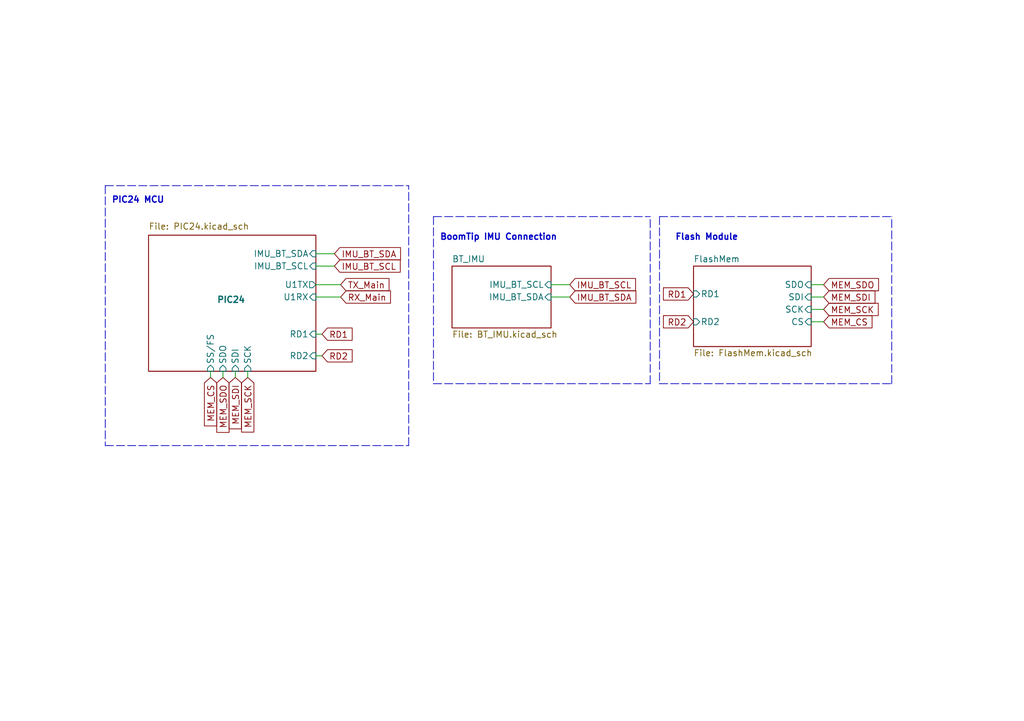
<source format=kicad_sch>
(kicad_sch (version 20211123) (generator eeschema)
  (paper "A5")
  (title_block (title "Proxy Board") (rev "REV 1.0") (company "Space@VT") (comment 1 "Edited by: Luis Yon"))
  (lib_symbols)
  (wire (pts (xy 166.37 58.42) (xy 168.91 58.42)))
  (polyline (pts (xy 88.9 44.45) (xy 88.9 78.74)))
  (wire (pts (xy 166.37 60.96) (xy 168.91 60.96)))
  (wire (pts (xy 45.72 76.2) (xy 45.72 77.47)))
  (polyline (pts (xy 21.59 91.44) (xy 83.82 91.44)))
  (polyline (pts (xy 88.9 44.45) (xy 133.35 44.45)))
  (polyline (pts (xy 88.9 78.74) (xy 133.35 78.74)))
  (wire (pts (xy 113.03 58.42) (xy 116.84 58.42)))
  (wire (pts (xy 50.8 76.2) (xy 50.8 77.47)))
  (wire (pts (xy 43.18 76.2) (xy 43.18 77.47)))
  (wire (pts (xy 64.77 73.025) (xy 66.04 73.025)))
  (polyline (pts (xy 135.255 78.74) (xy 182.88 78.74)))
  (wire (pts (xy 48.26 76.2) (xy 48.26 77.47)))
  (wire (pts (xy 166.37 66.04) (xy 168.91 66.04)))
  (wire (pts (xy 166.37 63.5) (xy 168.91 63.5)))
  (wire (pts (xy 64.77 60.96) (xy 69.85 60.96)))
  (wire (pts (xy 113.03 60.96) (xy 116.84 60.96)))
  (polyline (pts (xy 135.255 44.45) (xy 182.88 44.45)))
  (polyline (pts (xy 83.82 91.44) (xy 83.82 38.1)))
  (polyline (pts (xy 182.88 78.74) (xy 182.88 44.45)))
  (wire (pts (xy 64.77 58.42) (xy 69.85 58.42)))
  (wire (pts (xy 64.77 54.61) (xy 68.58 54.61)))
  (polyline (pts (xy 133.35 78.74) (xy 133.35 44.45)))
  (polyline (pts (xy 135.255 44.45) (xy 135.255 78.74)))
  (wire (pts (xy 64.77 68.58) (xy 66.04 68.58)))
  (wire (pts (xy 64.77 52.07) (xy 68.58 52.07)))
  (polyline (pts (xy 21.59 38.1) (xy 83.82 38.1)))
  (polyline (pts (xy 21.59 38.1) (xy 21.59 91.44)))
  (text "BoomTip IMU Connection" (at 90.17 49.53 0) (effects (font (size 1.27 1.27) (thickness 0.254) bold) (justify left bottom)))
  (text "Flash Module" (at 138.43 49.53 0) (effects (font (size 1.27 1.27) (thickness 0.254) bold) (justify left bottom)))
  (text "PIC24 MCU" (at 22.86 41.91 0) (effects (font (size 1.27 1.27) (thickness 0.254) bold) (justify left bottom)))
  (global_label "MEM_SDI" (shape input) (at 48.26 77.47 270) (property "Intersheet References" "${INTERSHEET_REFS}" (effects hide)))
  (global_label "MEM_SDO" (shape input) (at 168.91 58.42 0) (property "Intersheet References" "${INTERSHEET_REFS}" (effects hide)))
  (global_label "MEM_SCK" (shape input) (at 168.91 63.5 0) (property "Intersheet References" "${INTERSHEET_REFS}" (effects hide)))
  (global_label "RD1" (shape input) (at 66.04 68.58 0) (property "Intersheet References" "${INTERSHEET_REFS}" (effects hide)))
  (global_label "TX_Main" (shape input) (at 69.85 58.42 0) (property "Intersheet References" "${INTERSHEET_REFS}" (effects hide)))
  (global_label "IMU_BT_SCL" (shape input) (at 68.58 54.61 0) (property "Intersheet References" "${INTERSHEET_REFS}" (effects hide)))
  (global_label "MEM_SDO" (shape input) (at 45.72 77.47 270) (property "Intersheet References" "${INTERSHEET_REFS}" (effects hide)))
  (global_label "RD2" (shape input) (at 66.04 73.025 0) (property "Intersheet References" "${INTERSHEET_REFS}" (effects hide)))
  (global_label "IMU_BT_SCL" (shape input) (at 116.84 58.42 0) (property "Intersheet References" "${INTERSHEET_REFS}" (effects hide)))
  (global_label "MEM_SCK" (shape input) (at 50.8 77.47 270) (property "Intersheet References" "${INTERSHEET_REFS}" (effects hide)))
  (global_label "RD2" (shape input) (at 142.24 66.04 180) (property "Intersheet References" "${INTERSHEET_REFS}" (effects hide)))
  (global_label "MEM_CS" (shape input) (at 168.91 66.04 0) (property "Intersheet References" "${INTERSHEET_REFS}" (effects hide)))
  (global_label "IMU_BT_SDA" (shape input) (at 68.58 52.07 0) (property "Intersheet References" "${INTERSHEET_REFS}" (effects hide)))
  (global_label "MEM_CS" (shape input) (at 43.18 77.47 270) (property "Intersheet References" "${INTERSHEET_REFS}" (effects hide)))
  (global_label "RX_Main" (shape input) (at 69.85 60.96 0) (property "Intersheet References" "${INTERSHEET_REFS}" (effects hide)))
  (global_label "MEM_SDI" (shape input) (at 168.91 60.96 0) (property "Intersheet References" "${INTERSHEET_REFS}" (effects hide)))
  (global_label "RD1" (shape input) (at 142.24 60.325 180) (property "Intersheet References" "${INTERSHEET_REFS}" (effects hide)))
  (global_label "IMU_BT_SDA" (shape input) (at 116.84 60.96 0) (property "Intersheet References" "${INTERSHEET_REFS}" (effects hide)))
  (sheet (at 142.24 54.61) (size 24.13 16.51) (stroke (width 0.1524))
    (property "Sheet name" "FlashMem" (at 142.24 53.8984 0) (effects (justify left bottom)))
    (property "Sheet file" "FlashMem.kicad_sch" (at 142.24 71.7046 0) (effects (justify left top)))
    (pin "SDO" input (at 166.37 58.42 0))
    (pin "SDI" input (at 166.37 60.96 0))
    (pin "SCK" input (at 166.37 63.5 0))
    (pin "CS" input (at 166.37 66.04 0))
    (pin "RD1" input (at 142.24 60.325 180))
    (pin "RD2" input (at 142.24 66.04 180))
  )
  (sheet (at 92.71 54.61) (size 20.32 12.7) (stroke (width 0.1524))
    (property "Sheet name" "BT_IMU" (at 92.71 53.8984 0) (effects (justify left bottom)))
    (property "Sheet file" "BT_IMU.kicad_sch" (at 92.71 67.8946 0) (effects (justify left top)))
    (pin "IMU_BT_SCL" input (at 113.03 58.42 0))
    (pin "IMU_BT_SDA" input (at 113.03 60.96 0))
  )
  (sheet (at 30.48 48.26) (size 34.29 27.94) (stroke (width 0.1524) (color 132 0 0 1))
    (property "Sheet name" "PIC24" (at 44.45 62.23 0) (effects (font bold) (justify left bottom)))
    (property "Sheet file" "PIC24.kicad_sch" (at 30.48 45.72 0) (effects (justify left top)))
    (pin "IMU_BT_SDA" input (at 64.77 52.07 0))
    (pin "IMU_BT_SCL" input (at 64.77 54.61 0))
    (pin "U1TX" output (at 64.77 58.42 0))
    (pin "U1RX" input (at 64.77 60.96 0))
    (pin "SCK" input (at 50.8 76.2 270))
    (pin "SDI" input (at 48.26 76.2 270))
    (pin "SDO" input (at 45.72 76.2 270))
    (pin "SS{slash}FS" input (at 43.18 76.2 270))
    (pin "RD1" input (at 64.77 68.58 0))
    (pin "RD2" input (at 64.77 73.025 0))
  )
)
</source>
